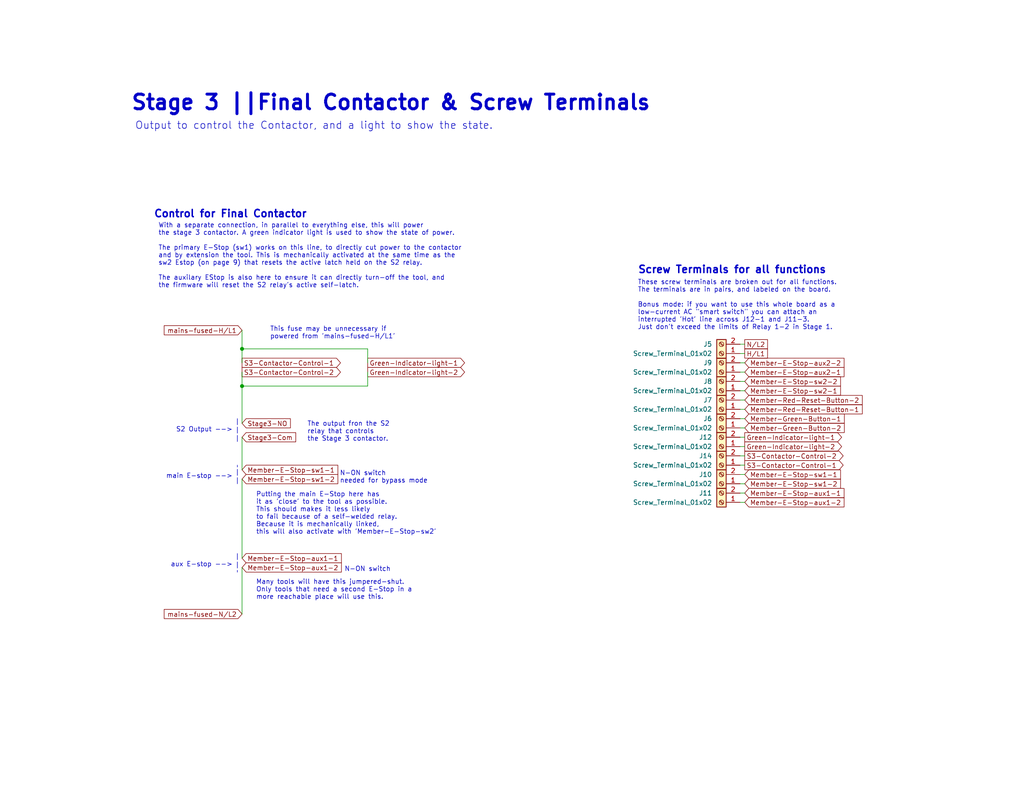
<source format=kicad_sch>
(kicad_sch (version 20211123) (generator eeschema)
  (paper "USLetter")
  (title_block (title "Stage 3 | Contactor to power the Tool") (date "2022-10-29") (rev "3") (company "Corey Rice & MakeHaven") (comment 1 "The contactor actually controls the tool, and is activated from J12 (or J11).") (comment 2 "A fuse is added to protect the board from improper wiring") (comment 3 "Screw-terminals shown here, to connect to mains-level devices") (comment 4 "Jumper the EStp3 if there will not be any secondary EStop used"))
  (lib_symbols
    (symbol "Connector:Screw_Terminal_01x02" (pin_names (offset 1.016) hide)
      (property "Reference" "J" (at 0 2.54 0))
      (property "Value" "Screw_Terminal_01x02" (at 0 -5.08 0))
      (symbol "Screw_Terminal_01x02_1_1"
        (rectangle (start -1.27 1.27) (end 1.27 -3.81) (stroke (width 0.254)) (fill (type background)))
        (circle (center 0 -2.54) (radius 0.635) (stroke (width 0.1524)))
        (polyline (pts (xy -0.5334 -2.2098) (xy 0.3302 -3.048)) (stroke (width 0.1524)))
        (polyline (pts (xy -0.5334 0.3302) (xy 0.3302 -0.508)) (stroke (width 0.1524)))
        (polyline (pts (xy -0.3556 -2.032) (xy 0.508 -2.8702)) (stroke (width 0.1524)))
        (polyline (pts (xy -0.3556 0.508) (xy 0.508 -0.3302)) (stroke (width 0.1524)))
        (circle (center 0 0) (radius 0.635) (stroke (width 0.1524)))
        (pin passive line (at -5.08 0 0) (length 3.81) (name "Pin_1") (number "1"))
        (pin passive line (at -5.08 -2.54 0) (length 3.81) (name "Pin_2") (number "2"))
      )
    )
  )
  (junction (at 66.04 95.25))
  (junction (at 66.04 105.41))
  (wire (pts (xy 66.04 101.6) (xy 66.04 105.41)))
  (wire (pts (xy 201.93 111.76) (xy 203.2 111.76)))
  (polyline (pts (xy 64.77 114.3) (xy 64.77 120.65)))
  (wire (pts (xy 100.33 99.06) (xy 100.33 95.25)))
  (wire (pts (xy 100.33 101.6) (xy 100.33 105.41)))
  (wire (pts (xy 201.93 134.62) (xy 203.2 134.62)))
  (wire (pts (xy 66.04 105.41) (xy 66.04 115.57)))
  (wire (pts (xy 66.04 95.25) (xy 100.33 95.25)))
  (wire (pts (xy 66.04 130.81) (xy 66.04 152.4)))
  (wire (pts (xy 201.93 127) (xy 203.2 127)))
  (wire (pts (xy 201.93 96.52) (xy 203.2 96.52)))
  (wire (pts (xy 201.93 109.22) (xy 203.2 109.22)))
  (wire (pts (xy 66.04 105.41) (xy 100.33 105.41)))
  (wire (pts (xy 201.93 114.3) (xy 203.2 114.3)))
  (wire (pts (xy 201.93 93.98) (xy 203.2 93.98)))
  (wire (pts (xy 66.04 95.25) (xy 66.04 99.06)))
  (wire (pts (xy 201.93 132.08) (xy 203.2 132.08)))
  (polyline (pts (xy 64.77 132.08) (xy 64.77 127)))
  (wire (pts (xy 201.93 121.92) (xy 203.2 121.92)))
  (polyline (pts (xy 64.77 151.13) (xy 64.77 156.21)))
  (wire (pts (xy 66.04 119.38) (xy 66.04 128.27)))
  (wire (pts (xy 201.93 104.14) (xy 203.2 104.14)))
  (wire (pts (xy 201.93 101.6) (xy 203.2 101.6)))
  (wire (pts (xy 66.04 90.17) (xy 66.04 95.25)))
  (wire (pts (xy 201.93 99.06) (xy 203.2 99.06)))
  (wire (pts (xy 66.04 154.94) (xy 66.04 167.64)))
  (wire (pts (xy 201.93 137.16) (xy 203.2 137.16)))
  (wire (pts (xy 201.93 106.68) (xy 203.2 106.68)))
  (wire (pts (xy 201.93 129.54) (xy 203.2 129.54)))
  (wire (pts (xy 201.93 119.38) (xy 203.2 119.38)))
  (wire (pts (xy 201.93 124.46) (xy 203.2 124.46)))
  (wire (pts (xy 201.93 116.84) (xy 203.2 116.84)))
  (text "These screw terminals are broken out for all functions.\nThe terminals are in pairs, and labeled on the board. \n\nBonus mode: if you want to use this whole board as a \nlow-current AC \"smart switch\" you can attach an \ninterrupted 'Hot' line across J12-1 and J11-3. \nJust don't exceed the limits of Relay 1-2 in Stage 1." (at 173.99 90.17 0) (effects (font (size 1.27 1.27)) (justify left bottom)))
  (text "Stage 3 ||Final Contactor & Screw Terminals\n" (at 35.56 30.48 0) (effects (font (size 4 4) (thickness 0.8) bold) (justify left bottom)))
  (text "With a separate connection, in parallel to everything else, this will power\nthe stage 3 contactor. A green indicator light is used to show the state of power.\n\nThe primary E-Stop (sw1) works on this line, to directly cut power to the contactor\nand by extension the tool. This is mechanically activated at the same time as the \nsw2 Estop (on page 9) that resets the active latch held on the S2 relay. \n\nThe auxilary EStop is also here to ensure it can directly turn-off the tool, and \nthe firmware will reset the S2 relay's active self-latch. " (at 43.18 78.74 0) (effects (font (size 1.27 1.27)) (justify left bottom)))
  (text "Many tools will have this jumpered-shut.\nOnly tools that need a second E-Stop in a\nmore reachable place will use this.\n" (at 69.85 163.83 0) (effects (font (size 1.27 1.27)) (justify left bottom)))
  (text "This fuse may be unnecessary if \npowered from 'mains-fused-H/L1'" (at 73.66 92.71 0) (effects (font (size 1.27 1.27)) (justify left bottom)))
  (text "Putting the main E-Stop here has \nit as 'close' to the tool as possible.\nThis should makes it less likely \nto fail because of a self-welded relay. \nBecause it is mechanically linked, \nthis will also activate with 'Member-E-Stop-sw2'" (at 69.85 146.05 0) (effects (font (size 1.27 1.27)) (justify left bottom)))
  (text "The output fron the S2 \nrelay that controls \nthe Stage 3 contactor." (at 83.82 120.65 0) (effects (font (size 1.27 1.27)) (justify left bottom)))
  (text "main E-stop -->" (at 63.5 130.81 180) (effects (font (size 1.27 1.27)) (justify right bottom)))
  (text "Control for Final Contactor\n" (at 41.91 59.69 0) (effects (font (size 2 2) (thickness 0.4) bold) (justify left bottom)))
  (text "N-ON switch\n" (at 93.98 156.21 0) (effects (font (size 1.27 1.27)) (justify left bottom)))
  (text "aux E-stop -->" (at 63.5 154.94 180) (effects (font (size 1.27 1.27)) (justify right bottom)))
  (text "Output to control the Contactor, and a light to show the state." (at 36.83 35.56 0) (effects (font (size 2 2)) (justify left bottom)))
  (text "N-ON switch\nneeded for bypass mode" (at 92.71 132.08 0) (effects (font (size 1.27 1.27)) (justify left bottom)))
  (text "Screw Terminals for all functions" (at 173.99 74.93 0) (effects (font (size 2 2) (thickness 0.4) bold) (justify left bottom)))
  (text "S2 Output -->" (at 63.5 118.11 180) (effects (font (size 1.27 1.27)) (justify right bottom)))
  (global_label "Green-Indicator-light-1" (shape output) (at 203.2 119.38 0) (property "Intersheet References" "${INTERSHEET_REFS}" (effects hide)))
  (global_label "Member-Green-Button-2" (shape input) (at 203.2 116.84 0) (property "Intersheet References" "${INTERSHEET_REFS}" (effects hide)))
  (global_label "mains-fused-N{slash}L2" (shape input) (at 66.04 167.64 180) (property "Intersheet References" "${INTERSHEET_REFS}" (effects hide)))
  (global_label "H{slash}L1" (shape passive) (at 203.2 96.52 0) (property "Intersheet References" "${INTERSHEET_REFS}" (effects hide)))
  (global_label "Member-E-Stop-aux1-1" (shape input) (at 66.04 152.4 0) (property "Intersheet References" "${INTERSHEET_REFS}" (effects hide)))
  (global_label "S3-Contactor-Control-2" (shape output) (at 203.2 124.46 0) (property "Intersheet References" "${INTERSHEET_REFS}" (effects hide)))
  (global_label "Member-Red-Reset-Button-2" (shape input) (at 203.2 109.22 0) (property "Intersheet References" "${INTERSHEET_REFS}" (effects hide)))
  (global_label "S3-Contactor-Control-1" (shape output) (at 203.2 127 0) (property "Intersheet References" "${INTERSHEET_REFS}" (effects hide)))
  (global_label "Green-Indicator-light-2" (shape output) (at 203.2 121.92 0) (property "Intersheet References" "${INTERSHEET_REFS}" (effects hide)))
  (global_label "Green-Indicator-light-2" (shape output) (at 100.33 101.6 0) (property "Intersheet References" "${INTERSHEET_REFS}" (effects hide)))
  (global_label "Member-E-Stop-sw1-2" (shape input) (at 203.2 132.08 0) (property "Intersheet References" "${INTERSHEET_REFS}" (effects hide)))
  (global_label "S3-Contactor-Control-2" (shape output) (at 66.04 101.6 0) (property "Intersheet References" "${INTERSHEET_REFS}" (effects hide)))
  (global_label "Member-E-Stop-aux1-2" (shape input) (at 66.04 154.94 0) (property "Intersheet References" "${INTERSHEET_REFS}" (effects hide)))
  (global_label "Member-E-Stop-aux1-1" (shape input) (at 203.2 134.62 0) (property "Intersheet References" "${INTERSHEET_REFS}" (effects hide)))
  (global_label "Member-Green-Button-1" (shape input) (at 203.2 114.3 0) (property "Intersheet References" "${INTERSHEET_REFS}" (effects hide)))
  (global_label "Member-E-Stop-sw1-2" (shape input) (at 66.04 130.81 0) (property "Intersheet References" "${INTERSHEET_REFS}" (effects hide)))
  (global_label "Member-E-Stop-aux1-2" (shape input) (at 203.2 137.16 0) (property "Intersheet References" "${INTERSHEET_REFS}" (effects hide)))
  (global_label "Member-E-Stop-sw1-1" (shape input) (at 66.04 128.27 0) (property "Intersheet References" "${INTERSHEET_REFS}" (effects hide)))
  (global_label "Member-Red-Reset-Button-1" (shape input) (at 203.2 111.76 0) (property "Intersheet References" "${INTERSHEET_REFS}" (effects hide)))
  (global_label "Member-E-Stop-sw1-1" (shape input) (at 203.2 129.54 0) (property "Intersheet References" "${INTERSHEET_REFS}" (effects hide)))
  (global_label "S3-Contactor-Control-1" (shape output) (at 66.04 99.06 0) (property "Intersheet References" "${INTERSHEET_REFS}" (effects hide)))
  (global_label "Stage3-NO" (shape input) (at 66.04 115.57 0) (property "Intersheet References" "${INTERSHEET_REFS}" (effects hide)))
  (global_label "Member-E-Stop-aux2-1" (shape input) (at 203.2 101.6 0) (property "Intersheet References" "${INTERSHEET_REFS}" (effects hide)))
  (global_label "Member-E-Stop-aux2-2" (shape input) (at 203.2 99.06 0) (property "Intersheet References" "${INTERSHEET_REFS}" (effects hide)))
  (global_label "N{slash}L2" (shape passive) (at 203.2 93.98 0) (property "Intersheet References" "${INTERSHEET_REFS}" (effects hide)))
  (global_label "Green-Indicator-light-1" (shape output) (at 100.33 99.06 0) (property "Intersheet References" "${INTERSHEET_REFS}" (effects hide)))
  (global_label "Member-E-Stop-sw2-1" (shape input) (at 203.2 106.68 0) (property "Intersheet References" "${INTERSHEET_REFS}" (effects hide)))
  (global_label "Stage3-Com" (shape input) (at 66.04 119.38 0) (property "Intersheet References" "${INTERSHEET_REFS}" (effects hide)))
  (global_label "mains-fused-H{slash}L1" (shape input) (at 66.04 90.17 180) (property "Intersheet References" "${INTERSHEET_REFS}" (effects hide)))
  (global_label "Member-E-Stop-sw2-2" (shape input) (at 203.2 104.14 0) (property "Intersheet References" "${INTERSHEET_REFS}" (effects hide)))
  (symbol (lib_id "Connector:Screw_Terminal_01x02") (at 196.85 96.52 180) (unit 1)
    (property "Reference" "J5" (at 194.31 93.98 0) (effects (justify left)))
    (property "Value" "Screw_Terminal_01x02" (at 194.31 96.52 0) (effects (justify left)))
    (property "Footprint" "TerminalBlock:TerminalBlock_Altech_AK300-2_P5.00mm" (effects hide))
    (property "JLCPCB Part #" "C8269" (effects hide))
  )
  (symbol (lib_id "Connector:Screw_Terminal_01x02") (at 196.85 121.92 180) (unit 1)
    (property "Reference" "J12" (at 194.31 119.38 0) (effects (justify left)))
    (property "Value" "Screw_Terminal_01x02" (at 194.31 121.92 0) (effects (justify left)))
    (property "Footprint" "TerminalBlock:TerminalBlock_Altech_AK300-2_P5.00mm" (effects hide))
    (property "JLCPCB Part #" "C8269" (effects hide))
  )
  (symbol (lib_id "Connector:Screw_Terminal_01x02") (at 196.85 101.6 180) (unit 1)
    (property "Reference" "J9" (at 194.31 99.06 0) (effects (justify left)))
    (property "Value" "Screw_Terminal_01x02" (at 194.31 101.6 0) (effects (justify left)))
    (property "Footprint" "TerminalBlock:TerminalBlock_Altech_AK300-2_P5.00mm" (effects hide))
    (property "JLCPCB Part #" "C8269" (effects hide))
  )
  (symbol (lib_id "Connector:Screw_Terminal_01x02") (at 196.85 137.16 180) (unit 1)
    (property "Reference" "J11" (at 194.31 134.62 0) (effects (justify left)))
    (property "Value" "Screw_Terminal_01x02" (at 194.31 137.16 0) (effects (justify left)))
    (property "Footprint" "TerminalBlock:TerminalBlock_Altech_AK300-2_P5.00mm" (effects hide))
    (property "JLCPCB Part #" "C8269" (effects hide))
  )
  (symbol (lib_id "Connector:Screw_Terminal_01x02") (at 196.85 111.76 180) (unit 1)
    (property "Reference" "J7" (at 194.31 109.22 0) (effects (justify left)))
    (property "Value" "Screw_Terminal_01x02" (at 194.31 111.76 0) (effects (justify left)))
    (property "Footprint" "TerminalBlock:TerminalBlock_Altech_AK300-2_P5.00mm" (effects hide))
    (property "JLCPCB Part #" "C8269" (effects hide))
  )
  (symbol (lib_id "Connector:Screw_Terminal_01x02") (at 196.85 116.84 180) (unit 1)
    (property "Reference" "J6" (at 194.31 114.3 0) (effects (justify left)))
    (property "Value" "Screw_Terminal_01x02" (at 194.31 116.84 0) (effects (justify left)))
    (property "Footprint" "TerminalBlock:TerminalBlock_Altech_AK300-2_P5.00mm" (effects hide))
    (property "JLCPCB Part #" "C8269" (effects hide))
  )
  (symbol (lib_id "Connector:Screw_Terminal_01x02") (at 196.85 106.68 180) (unit 1)
    (property "Reference" "J8" (at 194.31 104.14 0) (effects (justify left)))
    (property "Value" "Screw_Terminal_01x02" (at 194.31 106.68 0) (effects (justify left)))
    (property "Footprint" "TerminalBlock:TerminalBlock_Altech_AK300-2_P5.00mm" (effects hide))
    (property "JLCPCB Part #" "C8269" (effects hide))
  )
  (symbol (lib_id "Connector:Screw_Terminal_01x02") (at 196.85 127 180) (unit 1)
    (property "Reference" "J14" (at 194.31 124.46 0) (effects (justify left)))
    (property "Value" "Screw_Terminal_01x02" (at 194.31 127 0) (effects (justify left)))
    (property "Footprint" "TerminalBlock:TerminalBlock_Altech_AK300-2_P5.00mm" (effects hide))
    (property "JLCPCB Part #" "C8269" (effects hide))
  )
  (symbol (lib_id "Connector:Screw_Terminal_01x02") (at 196.85 132.08 180) (unit 1)
    (property "Reference" "J10" (at 194.31 129.54 0) (effects (justify left)))
    (property "Value" "Screw_Terminal_01x02" (at 194.31 132.08 0) (effects (justify left)))
    (property "Footprint" "TerminalBlock:TerminalBlock_Altech_AK300-2_P5.00mm" (effects hide))
    (property "JLCPCB Part #" "C8269" (effects hide))
  )
)
</source>
